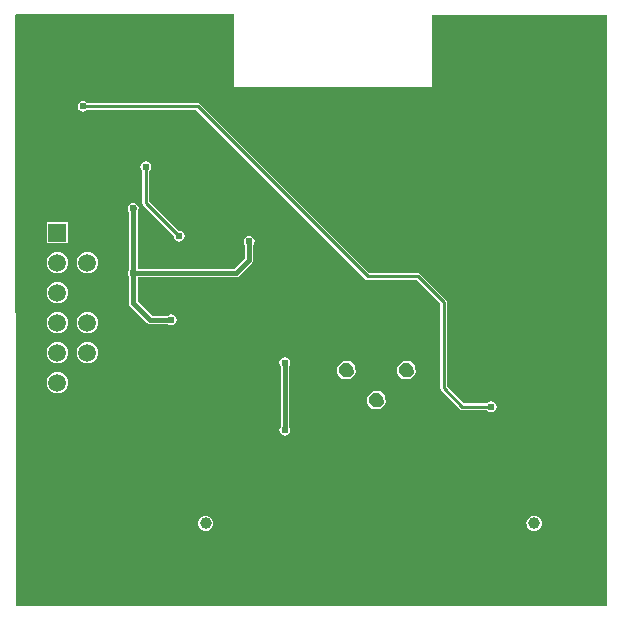
<source format=gbl>
G04 Layer_Physical_Order=2*
G04 Layer_Color=16711680*
%FSLAX25Y25*%
%MOIN*%
G70*
G01*
G75*
%ADD29C,0.01000*%
%ADD30C,0.01600*%
%ADD41C,0.03200*%
%ADD42C,0.03937*%
%ADD43C,0.05905*%
%ADD44R,0.05905X0.05905*%
%ADD45C,0.02400*%
G36*
X230100Y409500D02*
X230000Y409400D01*
X295900D01*
Y433200D01*
X354400D01*
Y236200D01*
X157400D01*
X156901Y433146D01*
X157254Y433500D01*
X230100D01*
Y409500D01*
D02*
G37*
%LPC*%
G36*
X200500Y384535D02*
X199798Y384396D01*
X199202Y383998D01*
X198804Y383402D01*
X198665Y382700D01*
X198804Y381998D01*
X199202Y381402D01*
X199378Y381285D01*
Y370700D01*
X199378Y370700D01*
X199464Y370271D01*
X199707Y369907D01*
X209906Y359708D01*
X209865Y359500D01*
X210004Y358798D01*
X210402Y358202D01*
X210998Y357804D01*
X211700Y357665D01*
X212402Y357804D01*
X212998Y358202D01*
X213396Y358798D01*
X213535Y359500D01*
X213396Y360202D01*
X212998Y360798D01*
X212402Y361196D01*
X211700Y361335D01*
X211492Y361294D01*
X201622Y371165D01*
Y381285D01*
X201798Y381402D01*
X202196Y381998D01*
X202335Y382700D01*
X202196Y383402D01*
X201798Y383998D01*
X201202Y384396D01*
X200500Y384535D01*
D02*
G37*
G36*
X174055Y364311D02*
X168150D01*
X167690Y364121D01*
X167500Y363661D01*
Y357756D01*
X167690Y357297D01*
X168150Y357106D01*
X174055D01*
X174514Y357297D01*
X174705Y357756D01*
Y363661D01*
X174514Y364121D01*
X174055Y364311D01*
D02*
G37*
G36*
X181102Y354292D02*
X180175Y354170D01*
X179311Y353812D01*
X178569Y353242D01*
X177999Y352500D01*
X177641Y351636D01*
X177519Y350709D01*
X177641Y349781D01*
X177999Y348917D01*
X178569Y348175D01*
X179311Y347605D01*
X180175Y347247D01*
X181102Y347125D01*
X182030Y347247D01*
X182894Y347605D01*
X183636Y348175D01*
X184206Y348917D01*
X184564Y349781D01*
X184686Y350709D01*
X184564Y351636D01*
X184206Y352500D01*
X183636Y353242D01*
X182894Y353812D01*
X182030Y354170D01*
X181102Y354292D01*
D02*
G37*
G36*
X171102D02*
X170175Y354170D01*
X169311Y353812D01*
X168569Y353242D01*
X167999Y352500D01*
X167641Y351636D01*
X167519Y350709D01*
X167641Y349781D01*
X167999Y348917D01*
X168569Y348175D01*
X169311Y347605D01*
X170175Y347247D01*
X171102Y347125D01*
X172030Y347247D01*
X172894Y347605D01*
X173636Y348175D01*
X174206Y348917D01*
X174564Y349781D01*
X174686Y350709D01*
X174564Y351636D01*
X174206Y352500D01*
X173636Y353242D01*
X172894Y353812D01*
X172030Y354170D01*
X171102Y354292D01*
D02*
G37*
G36*
X196400Y370635D02*
X195698Y370496D01*
X195102Y370098D01*
X194704Y369502D01*
X194565Y368800D01*
X194704Y368098D01*
X194973Y367696D01*
Y348404D01*
X194704Y348002D01*
X194565Y347300D01*
X194704Y346598D01*
X194973Y346196D01*
Y337300D01*
X194973Y337300D01*
X195081Y336754D01*
X195391Y336291D01*
X201091Y330591D01*
X201091Y330591D01*
X201554Y330281D01*
X202100Y330173D01*
X202100Y330173D01*
X207896D01*
X208298Y329904D01*
X209000Y329765D01*
X209702Y329904D01*
X210298Y330302D01*
X210696Y330898D01*
X210835Y331600D01*
X210696Y332302D01*
X210298Y332898D01*
X209702Y333296D01*
X209000Y333435D01*
X208298Y333296D01*
X207896Y333027D01*
X202691D01*
X197827Y337891D01*
Y345873D01*
X230600D01*
X230600Y345873D01*
X231146Y345981D01*
X231609Y346291D01*
X236009Y350691D01*
X236319Y351154D01*
X236427Y351700D01*
X236427Y351700D01*
Y356696D01*
X236696Y357098D01*
X236835Y357800D01*
X236696Y358502D01*
X236298Y359098D01*
X235702Y359496D01*
X235000Y359635D01*
X234298Y359496D01*
X233702Y359098D01*
X233304Y358502D01*
X233165Y357800D01*
X233304Y357098D01*
X233573Y356696D01*
Y352291D01*
X230009Y348727D01*
X197827D01*
Y367696D01*
X198096Y368098D01*
X198235Y368800D01*
X198096Y369502D01*
X197698Y370098D01*
X197102Y370496D01*
X196400Y370635D01*
D02*
G37*
G36*
X171102Y344292D02*
X170175Y344170D01*
X169311Y343812D01*
X168569Y343243D01*
X167999Y342500D01*
X167641Y341636D01*
X167519Y340709D01*
X167641Y339781D01*
X167999Y338917D01*
X168569Y338175D01*
X169311Y337605D01*
X170175Y337247D01*
X171102Y337125D01*
X172030Y337247D01*
X172894Y337605D01*
X173636Y338175D01*
X174206Y338917D01*
X174564Y339781D01*
X174686Y340709D01*
X174564Y341636D01*
X174206Y342500D01*
X173636Y343243D01*
X172894Y343812D01*
X172030Y344170D01*
X171102Y344292D01*
D02*
G37*
G36*
X181102Y334292D02*
X180175Y334170D01*
X179311Y333812D01*
X178569Y333243D01*
X177999Y332500D01*
X177641Y331636D01*
X177519Y330709D01*
X177641Y329781D01*
X177999Y328917D01*
X178569Y328175D01*
X179311Y327605D01*
X180175Y327247D01*
X181102Y327125D01*
X182030Y327247D01*
X182894Y327605D01*
X183636Y328175D01*
X184206Y328917D01*
X184564Y329781D01*
X184686Y330709D01*
X184564Y331636D01*
X184206Y332500D01*
X183636Y333243D01*
X182894Y333812D01*
X182030Y334170D01*
X181102Y334292D01*
D02*
G37*
G36*
X171102D02*
X170175Y334170D01*
X169311Y333812D01*
X168569Y333243D01*
X167999Y332500D01*
X167641Y331636D01*
X167519Y330709D01*
X167641Y329781D01*
X167999Y328917D01*
X168569Y328175D01*
X169311Y327605D01*
X170175Y327247D01*
X171102Y327125D01*
X172030Y327247D01*
X172894Y327605D01*
X173636Y328175D01*
X174206Y328917D01*
X174564Y329781D01*
X174686Y330709D01*
X174564Y331636D01*
X174206Y332500D01*
X173636Y333243D01*
X172894Y333812D01*
X172030Y334170D01*
X171102Y334292D01*
D02*
G37*
G36*
X181102Y324292D02*
X180175Y324170D01*
X179311Y323812D01*
X178569Y323242D01*
X177999Y322500D01*
X177641Y321636D01*
X177519Y320709D01*
X177641Y319781D01*
X177999Y318917D01*
X178569Y318175D01*
X179311Y317605D01*
X180175Y317247D01*
X181102Y317125D01*
X182030Y317247D01*
X182894Y317605D01*
X183636Y318175D01*
X184206Y318917D01*
X184564Y319781D01*
X184686Y320709D01*
X184564Y321636D01*
X184206Y322500D01*
X183636Y323242D01*
X182894Y323812D01*
X182030Y324170D01*
X181102Y324292D01*
D02*
G37*
G36*
X171102D02*
X170175Y324170D01*
X169311Y323812D01*
X168569Y323242D01*
X167999Y322500D01*
X167641Y321636D01*
X167519Y320709D01*
X167641Y319781D01*
X167999Y318917D01*
X168569Y318175D01*
X169311Y317605D01*
X170175Y317247D01*
X171102Y317125D01*
X172030Y317247D01*
X172894Y317605D01*
X173636Y318175D01*
X174206Y318917D01*
X174564Y319781D01*
X174686Y320709D01*
X174564Y321636D01*
X174206Y322500D01*
X173636Y323242D01*
X172894Y323812D01*
X172030Y324170D01*
X171102Y324292D01*
D02*
G37*
G36*
X288263Y318053D02*
X286275Y317966D01*
X285824Y317756D01*
X284480Y316289D01*
X284310Y315822D01*
X284396Y313833D01*
X284606Y313383D01*
X286074Y312039D01*
X286541Y311869D01*
X288529Y311955D01*
X288979Y312165D01*
X290324Y313633D01*
X290494Y314100D01*
X290407Y316088D01*
X290197Y316538D01*
X288730Y317883D01*
X288263Y318053D01*
D02*
G37*
G36*
X268263D02*
X266274Y317966D01*
X265824Y317756D01*
X264480Y316289D01*
X264310Y315822D01*
X264396Y313833D01*
X264606Y313383D01*
X266074Y312039D01*
X266541Y311869D01*
X268529Y311955D01*
X268979Y312165D01*
X270324Y313633D01*
X270494Y314100D01*
X270407Y316088D01*
X270197Y316538D01*
X268730Y317883D01*
X268263Y318053D01*
D02*
G37*
G36*
X171102Y314292D02*
X170175Y314170D01*
X169311Y313812D01*
X168569Y313243D01*
X167999Y312500D01*
X167641Y311636D01*
X167519Y310709D01*
X167641Y309781D01*
X167999Y308917D01*
X168569Y308175D01*
X169311Y307605D01*
X170175Y307247D01*
X171102Y307125D01*
X172030Y307247D01*
X172894Y307605D01*
X173636Y308175D01*
X174206Y308917D01*
X174564Y309781D01*
X174686Y310709D01*
X174564Y311636D01*
X174206Y312500D01*
X173636Y313243D01*
X172894Y313812D01*
X172030Y314170D01*
X171102Y314292D01*
D02*
G37*
G36*
X278262Y308053D02*
X276274Y307966D01*
X275824Y307756D01*
X274480Y306289D01*
X274310Y305821D01*
X274396Y303834D01*
X274606Y303383D01*
X276074Y302039D01*
X276541Y301869D01*
X278529Y301955D01*
X278979Y302166D01*
X280324Y303633D01*
X280494Y304100D01*
X280407Y306088D01*
X280197Y306538D01*
X278730Y307883D01*
X278262Y308053D01*
D02*
G37*
G36*
X179700Y404635D02*
X178998Y404496D01*
X178402Y404098D01*
X178004Y403502D01*
X177865Y402800D01*
X178004Y402098D01*
X178402Y401502D01*
X178998Y401104D01*
X179700Y400965D01*
X180402Y401104D01*
X180998Y401502D01*
X181115Y401679D01*
X217335D01*
X273707Y345307D01*
X273707Y345307D01*
X274071Y345064D01*
X274500Y344978D01*
X274500Y344978D01*
X290835D01*
X298779Y337035D01*
Y308800D01*
X298778Y308800D01*
X298864Y308371D01*
X299107Y308007D01*
X305207Y301907D01*
X305207Y301907D01*
X305571Y301664D01*
X306000Y301578D01*
X314285D01*
X314402Y301402D01*
X314998Y301004D01*
X315700Y300865D01*
X316402Y301004D01*
X316998Y301402D01*
X317396Y301998D01*
X317535Y302700D01*
X317396Y303402D01*
X316998Y303998D01*
X316402Y304396D01*
X315700Y304535D01*
X314998Y304396D01*
X314402Y303998D01*
X314285Y303821D01*
X306465D01*
X301022Y309265D01*
Y337500D01*
X301022Y337500D01*
X300936Y337929D01*
X300693Y338293D01*
X300693Y338293D01*
X292093Y346893D01*
X291729Y347136D01*
X291300Y347222D01*
X291300Y347221D01*
X274965D01*
X218593Y403593D01*
X218229Y403836D01*
X217800Y403922D01*
X217800Y403922D01*
X181115D01*
X180998Y404098D01*
X180402Y404496D01*
X179700Y404635D01*
D02*
G37*
G36*
X246900Y319235D02*
X246198Y319096D01*
X245602Y318698D01*
X245204Y318102D01*
X245065Y317400D01*
X245204Y316698D01*
X245473Y316296D01*
Y296004D01*
X245204Y295602D01*
X245065Y294900D01*
X245204Y294198D01*
X245602Y293602D01*
X246198Y293204D01*
X246900Y293065D01*
X247602Y293204D01*
X248198Y293602D01*
X248596Y294198D01*
X248735Y294900D01*
X248596Y295602D01*
X248327Y296004D01*
Y316296D01*
X248596Y316698D01*
X248735Y317400D01*
X248596Y318102D01*
X248198Y318698D01*
X247602Y319096D01*
X246900Y319235D01*
D02*
G37*
G36*
X330000Y266391D02*
X329329Y266302D01*
X328705Y266044D01*
X328168Y265632D01*
X327756Y265095D01*
X327498Y264471D01*
X327409Y263800D01*
X327498Y263129D01*
X327756Y262505D01*
X328168Y261968D01*
X328705Y261556D01*
X329329Y261298D01*
X330000Y261209D01*
X330670Y261298D01*
X331295Y261556D01*
X331832Y261968D01*
X332244Y262505D01*
X332502Y263129D01*
X332591Y263800D01*
X332502Y264471D01*
X332244Y265095D01*
X331832Y265632D01*
X331295Y266044D01*
X330670Y266302D01*
X330000Y266391D01*
D02*
G37*
G36*
X220472Y266370D02*
X219802Y266282D01*
X219177Y266023D01*
X218641Y265611D01*
X218229Y265075D01*
X217970Y264450D01*
X217882Y263779D01*
X217970Y263109D01*
X218229Y262484D01*
X218641Y261948D01*
X219177Y261536D01*
X219802Y261277D01*
X220472Y261189D01*
X221143Y261277D01*
X221768Y261536D01*
X222304Y261948D01*
X222716Y262484D01*
X222975Y263109D01*
X223063Y263779D01*
X222975Y264450D01*
X222716Y265075D01*
X222304Y265611D01*
X221768Y266023D01*
X221143Y266282D01*
X220472Y266370D01*
D02*
G37*
%LPD*%
G36*
X289758Y316059D02*
X289845Y314071D01*
X288500Y312604D01*
X286512Y312517D01*
X285045Y313862D01*
X284958Y315850D01*
X286303Y317317D01*
X288291Y317404D01*
X289758Y316059D01*
D02*
G37*
G36*
X269758D02*
X269845Y314071D01*
X268500Y312604D01*
X266512Y312517D01*
X265045Y313862D01*
X264958Y315850D01*
X266303Y317317D01*
X268291Y317404D01*
X269758Y316059D01*
D02*
G37*
G36*
X279758Y306059D02*
X279845Y304071D01*
X278500Y302604D01*
X276512Y302517D01*
X275045Y303862D01*
X274958Y305850D01*
X276303Y307317D01*
X278291Y307404D01*
X279758Y306059D01*
D02*
G37*
D29*
X200500Y370700D02*
X211700Y359500D01*
X200500Y370700D02*
Y382700D01*
X179700Y402800D02*
X217800D01*
X274500Y346100D01*
X291300D01*
X299900Y337500D01*
Y308800D02*
Y337500D01*
Y308800D02*
X306000Y302700D01*
X315700D01*
D30*
X196400Y347300D02*
Y368800D01*
Y337300D02*
Y347300D01*
X246900Y294900D02*
Y317400D01*
X235000Y351700D02*
Y357800D01*
X230600Y347300D02*
X235000Y351700D01*
X196400Y347300D02*
X230600D01*
X196400Y368800D02*
X196500Y368900D01*
X196400Y337300D02*
X202100Y331600D01*
X209000D01*
D41*
X267402Y314961D02*
D03*
X277402Y304961D02*
D03*
X287402Y314961D02*
D03*
D42*
X330000Y263800D02*
D03*
X322126D02*
D03*
X220472Y263779D02*
D03*
X212598D02*
D03*
D43*
X181102Y310709D02*
D03*
X171102D02*
D03*
X181102Y320709D02*
D03*
X171102D02*
D03*
X181102Y330709D02*
D03*
X171102D02*
D03*
X181102Y340709D02*
D03*
X171102D02*
D03*
X181102Y350709D02*
D03*
X171102D02*
D03*
X181102Y360709D02*
D03*
D44*
X171102D02*
D03*
D45*
X300550Y260443D02*
D03*
X302518Y248632D02*
D03*
X304487Y244695D02*
D03*
X302518Y256506D02*
D03*
X304487Y252569D02*
D03*
X300550D02*
D03*
Y244695D02*
D03*
X304487Y260443D02*
D03*
X226378Y291339D02*
D03*
X224410Y287402D02*
D03*
X222441Y291339D02*
D03*
X220473Y287402D02*
D03*
X218504Y291339D02*
D03*
X216536Y287402D02*
D03*
X214567Y291339D02*
D03*
X212598Y287402D02*
D03*
X210630Y291339D02*
D03*
X208662Y287402D02*
D03*
X206693Y291339D02*
D03*
X204725Y287402D02*
D03*
X346457Y385827D02*
D03*
X344488Y389764D02*
D03*
X342520Y385827D02*
D03*
X340551Y389764D02*
D03*
X338583Y385827D02*
D03*
X336614Y389764D02*
D03*
X334646Y385827D02*
D03*
X332677Y389764D02*
D03*
X330709Y385827D02*
D03*
X328740Y389764D02*
D03*
X326772Y385827D02*
D03*
X324803Y389764D02*
D03*
X322835Y385827D02*
D03*
X320866Y389764D02*
D03*
X318898Y385827D02*
D03*
X316929Y389764D02*
D03*
X314961Y385827D02*
D03*
X312992Y389764D02*
D03*
X311024Y385827D02*
D03*
X289300Y396400D02*
D03*
X200500Y382700D02*
D03*
X246900Y294900D02*
D03*
Y317400D02*
D03*
X315700Y302700D02*
D03*
X179700Y402800D02*
D03*
X235000Y357800D02*
D03*
X196400Y368800D02*
D03*
Y347300D02*
D03*
X209000Y331600D02*
D03*
X211700Y359500D02*
D03*
M02*

</source>
